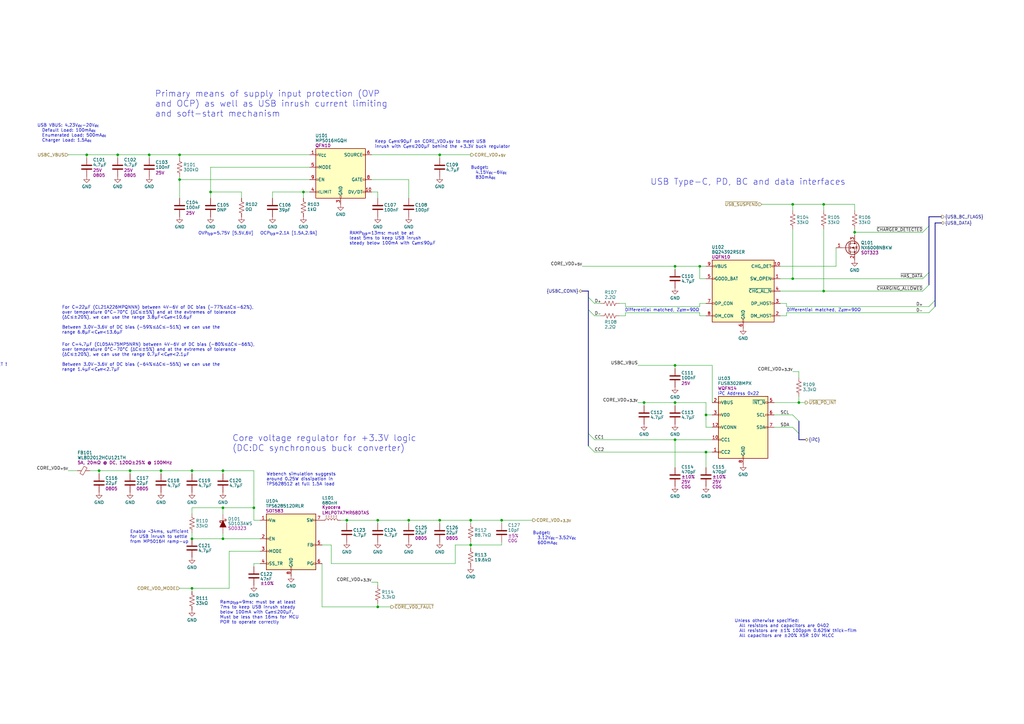
<source format=kicad_sch>
(kicad_sch (version 20230121) (generator eeschema)
  (paper "A3")
  (title_block (rev "0.1") (company "Pete Restall <pete@restall.net>"))
  (bus_alias "USB_DATA" (members "D_{+}" "D_{-}"))
  (junction (at 48.26 63.5))
  (junction (at 325.12 114.3))
  (junction (at 61.214 63.5))
  (junction (at 91.44 220.98))
  (junction (at 86.36 78.74))
  (junction (at 276.86 180.34))
  (junction (at 73.66 73.66))
  (junction (at 287.02 109.22))
  (junction (at 289.56 170.18))
  (junction (at 337.82 119.38))
  (junction (at 154.94 248.92))
  (junction (at 325.12 83.82))
  (junction (at 124.46 78.74))
  (junction (at 276.86 149.86))
  (junction (at 193.04 223.52))
  (junction (at 142.24 213.36))
  (junction (at 78.74 241.3))
  (junction (at 66.04 193.04))
  (junction (at 154.94 213.36))
  (junction (at 73.66 63.5))
  (junction (at 337.82 83.82))
  (junction (at 327.66 165.1))
  (junction (at 276.86 165.1))
  (junction (at 350.52 95.25))
  (junction (at 180.34 63.5))
  (junction (at 78.74 220.98))
  (junction (at 91.44 208.28))
  (junction (at 193.04 213.36))
  (junction (at 180.34 213.36))
  (junction (at 264.16 165.1))
  (junction (at 276.86 109.22))
  (junction (at 91.44 193.04))
  (junction (at 53.34 193.04))
  (junction (at 167.64 213.36))
  (junction (at 104.14 208.28))
  (junction (at 35.56 63.5))
  (junction (at 205.74 213.36))
  (junction (at 289.56 185.42))
  (junction (at 40.64 193.04))
  (junction (at 78.74 193.04))
  (bus_entry (at 383.54 125.73) (size -2.54 2.54))
  (bus_entry (at 327.66 172.72) (size -2.54 -2.54))
  (bus_entry (at 381 111.76) (size -2.54 2.54))
  (bus_entry (at 241.3 182.88) (size 2.54 2.54))
  (bus_entry (at 327.66 177.8) (size -2.54 -2.54))
  (bus_entry (at 241.3 127) (size 2.54 2.54))
  (bus_entry (at 383.54 123.19) (size -2.54 2.54))
  (bus_entry (at 241.3 177.8) (size 2.54 2.54))
  (bus_entry (at 381 116.84) (size -2.54 2.54))
  (bus_entry (at 241.3 121.92) (size 2.54 2.54))
  (bus_entry (at 381 92.71) (size -2.54 2.54))
  (bus (pts (xy 327.66 172.72) (xy 327.66 177.8)))
  (wire (pts (xy 337.82 119.38) (xy 378.46 119.38)))
  (bus (pts (xy 241.3 127) (xy 241.3 177.8)))
  (wire (pts (xy 91.44 218.694) (xy 91.44 220.98)))
  (wire (pts (xy 104.14 208.28) (xy 104.14 193.04)))
  (wire (pts (xy 104.14 208.28) (xy 104.14 213.36)))
  (wire (pts (xy 325.12 83.82) (xy 337.82 83.82)))
  (wire (pts (xy 287.02 128.27) (xy 287.02 129.54)))
  (wire (pts (xy 40.64 193.04) (xy 53.34 193.04)))
  (wire (pts (xy 287.02 124.46) (xy 289.56 124.46)))
  (wire (pts (xy 327.66 165.1) (xy 330.2 165.1)))
  (wire (pts (xy 322.58 128.27) (xy 381 128.27)))
  (wire (pts (xy 287.02 129.54) (xy 289.56 129.54)))
  (wire (pts (xy 73.66 73.66) (xy 127 73.66)))
  (wire (pts (xy 167.64 213.36) (xy 180.34 213.36)))
  (wire (pts (xy 276.86 109.22) (xy 287.02 109.22)))
  (wire (pts (xy 337.82 83.82) (xy 350.52 83.82)))
  (wire (pts (xy 61.214 63.5) (xy 73.66 63.5)))
  (bus (pts (xy 383.54 123.19) (xy 383.54 125.73)))
  (wire (pts (xy 154.94 213.36) (xy 154.94 214.63)))
  (wire (pts (xy 238.76 109.22) (xy 276.86 109.22)))
  (wire (pts (xy 322.58 124.46) (xy 320.04 124.46)))
  (wire (pts (xy 106.68 226.06) (xy 93.98 226.06)))
  (wire (pts (xy 167.64 213.36) (xy 167.64 214.63)))
  (wire (pts (xy 91.44 220.98) (xy 106.68 220.98)))
  (wire (pts (xy 320.04 109.22) (xy 342.9 109.22)))
  (wire (pts (xy 154.94 238.76) (xy 154.94 240.03)))
  (wire (pts (xy 289.56 165.1) (xy 289.56 170.18)))
  (wire (pts (xy 154.94 238.76) (xy 152.4 238.76)))
  (bus (pts (xy 241.3 119.38) (xy 241.3 121.92)))
  (wire (pts (xy 205.74 223.52) (xy 193.04 223.52)))
  (wire (pts (xy 276.86 109.22) (xy 276.86 110.49)))
  (wire (pts (xy 350.52 95.25) (xy 350.52 96.52)))
  (wire (pts (xy 337.82 93.98) (xy 337.82 119.38)))
  (wire (pts (xy 261.62 165.1) (xy 264.16 165.1)))
  (wire (pts (xy 193.04 222.25) (xy 193.04 223.52)))
  (bus (pts (xy 238.76 119.38) (xy 241.3 119.38)))
  (wire (pts (xy 48.26 63.5) (xy 61.214 63.5)))
  (wire (pts (xy 337.82 83.82) (xy 337.82 86.36)))
  (wire (pts (xy 27.94 63.5) (xy 35.56 63.5)))
  (wire (pts (xy 243.84 124.46) (xy 246.38 124.46)))
  (wire (pts (xy 205.74 214.63) (xy 205.74 213.36)))
  (wire (pts (xy 193.04 213.36) (xy 193.04 214.63)))
  (bus (pts (xy 327.66 177.8) (xy 327.66 180.34)))
  (wire (pts (xy 139.7 213.36) (xy 142.24 213.36)))
  (wire (pts (xy 243.84 180.34) (xy 276.86 180.34)))
  (wire (pts (xy 289.56 114.3) (xy 287.02 114.3)))
  (wire (pts (xy 124.46 81.28) (xy 124.46 78.74)))
  (wire (pts (xy 73.66 241.3) (xy 78.74 241.3)))
  (wire (pts (xy 135.89 223.52) (xy 132.08 223.52)))
  (wire (pts (xy 256.54 128.27) (xy 287.02 128.27)))
  (wire (pts (xy 167.64 73.66) (xy 167.64 81.28)))
  (wire (pts (xy 66.04 193.04) (xy 78.74 193.04)))
  (wire (pts (xy 327.66 152.4) (xy 327.66 154.94)))
  (wire (pts (xy 325.12 83.82) (xy 325.12 86.36)))
  (wire (pts (xy 66.04 193.04) (xy 66.04 194.31)))
  (wire (pts (xy 142.24 214.63) (xy 142.24 213.36)))
  (wire (pts (xy 78.74 193.04) (xy 91.44 193.04)))
  (wire (pts (xy 342.9 109.22) (xy 342.9 101.6)))
  (wire (pts (xy 186.69 223.52) (xy 186.69 231.14)))
  (wire (pts (xy 86.36 68.58) (xy 127 68.58)))
  (wire (pts (xy 289.56 170.18) (xy 289.56 175.26)))
  (wire (pts (xy 256.54 128.27) (xy 256.54 129.54)))
  (wire (pts (xy 322.58 124.46) (xy 322.58 125.73)))
  (wire (pts (xy 180.34 63.5) (xy 180.34 64.77)))
  (wire (pts (xy 78.74 241.3) (xy 78.74 242.57)))
  (wire (pts (xy 317.5 175.26) (xy 325.12 175.26)))
  (wire (pts (xy 91.44 208.28) (xy 104.14 208.28)))
  (wire (pts (xy 320.04 114.3) (xy 325.12 114.3)))
  (wire (pts (xy 78.74 208.28) (xy 91.44 208.28)))
  (wire (pts (xy 276.86 165.1) (xy 289.56 165.1)))
  (wire (pts (xy 99.06 78.74) (xy 99.06 81.28)))
  (wire (pts (xy 154.94 248.92) (xy 160.274 248.92)))
  (wire (pts (xy 243.84 185.42) (xy 289.56 185.42)))
  (wire (pts (xy 154.94 81.28) (xy 154.94 78.74)))
  (wire (pts (xy 36.83 193.04) (xy 40.64 193.04)))
  (wire (pts (xy 312.42 83.82) (xy 325.12 83.82)))
  (wire (pts (xy 350.52 83.82) (xy 350.52 86.36)))
  (wire (pts (xy 256.54 129.54) (xy 254 129.54)))
  (wire (pts (xy 35.56 63.5) (xy 48.26 63.5)))
  (wire (pts (xy 180.34 213.36) (xy 180.34 214.63)))
  (wire (pts (xy 325.12 152.4) (xy 327.66 152.4)))
  (wire (pts (xy 289.56 175.26) (xy 292.1 175.26)))
  (wire (pts (xy 86.36 78.74) (xy 86.36 68.58)))
  (wire (pts (xy 111.76 78.74) (xy 124.46 78.74)))
  (wire (pts (xy 78.74 220.98) (xy 91.44 220.98)))
  (wire (pts (xy 256.54 124.46) (xy 254 124.46)))
  (wire (pts (xy 261.62 149.86) (xy 276.86 149.86)))
  (wire (pts (xy 86.36 78.74) (xy 99.06 78.74)))
  (wire (pts (xy 91.44 193.04) (xy 91.44 194.31)))
  (wire (pts (xy 48.26 63.5) (xy 48.26 64.77)))
  (wire (pts (xy 243.84 129.54) (xy 246.38 129.54)))
  (wire (pts (xy 350.52 93.98) (xy 350.52 95.25)))
  (wire (pts (xy 132.08 248.92) (xy 132.08 231.14)))
  (wire (pts (xy 256.54 125.73) (xy 287.02 125.73)))
  (wire (pts (xy 142.24 213.36) (xy 154.94 213.36)))
  (wire (pts (xy 292.1 149.86) (xy 276.86 149.86)))
  (wire (pts (xy 78.74 193.04) (xy 78.74 194.31)))
  (wire (pts (xy 256.54 125.73) (xy 256.54 124.46)))
  (wire (pts (xy 289.56 185.42) (xy 289.56 191.77)))
  (wire (pts (xy 73.66 63.5) (xy 127 63.5)))
  (wire (pts (xy 154.94 78.74) (xy 152.4 78.74)))
  (wire (pts (xy 180.34 63.5) (xy 193.04 63.5)))
  (wire (pts (xy 287.02 114.3) (xy 287.02 109.22)))
  (wire (pts (xy 186.69 231.14) (xy 135.89 231.14)))
  (wire (pts (xy 40.64 193.04) (xy 40.64 194.31)))
  (bus (pts (xy 386.08 88.9) (xy 381 88.9)))
  (wire (pts (xy 327.66 162.56) (xy 327.66 165.1)))
  (wire (pts (xy 35.56 63.5) (xy 35.56 64.77)))
  (bus (pts (xy 241.3 121.92) (xy 241.3 127)))
  (bus (pts (xy 381 111.76) (xy 381 116.84)))
  (wire (pts (xy 205.74 213.36) (xy 218.44 213.36)))
  (wire (pts (xy 193.04 213.36) (xy 205.74 213.36)))
  (wire (pts (xy 276.86 149.86) (xy 276.86 151.13)))
  (wire (pts (xy 317.5 165.1) (xy 327.66 165.1)))
  (wire (pts (xy 106.68 231.14) (xy 104.14 231.14)))
  (wire (pts (xy 27.94 193.04) (xy 31.75 193.04)))
  (wire (pts (xy 193.04 223.52) (xy 186.69 223.52)))
  (wire (pts (xy 322.58 128.27) (xy 322.58 129.54)))
  (wire (pts (xy 152.4 63.5) (xy 180.34 63.5)))
  (wire (pts (xy 106.68 213.36) (xy 104.14 213.36)))
  (bus (pts (xy 381 92.71) (xy 381 111.76)))
  (wire (pts (xy 154.94 213.36) (xy 167.64 213.36)))
  (wire (pts (xy 287.02 109.22) (xy 289.56 109.22)))
  (wire (pts (xy 264.16 166.37) (xy 264.16 165.1)))
  (wire (pts (xy 73.66 73.66) (xy 73.66 81.28)))
  (wire (pts (xy 322.58 129.54) (xy 320.04 129.54)))
  (wire (pts (xy 350.52 95.25) (xy 378.46 95.25)))
  (wire (pts (xy 289.56 170.18) (xy 292.1 170.18)))
  (bus (pts (xy 383.54 91.44) (xy 383.54 123.19)))
  (wire (pts (xy 276.86 180.34) (xy 276.86 191.77)))
  (wire (pts (xy 86.36 81.28) (xy 86.36 78.74)))
  (wire (pts (xy 317.5 170.18) (xy 325.12 170.18)))
  (wire (pts (xy 73.66 73.66) (xy 73.66 72.39)))
  (wire (pts (xy 91.44 208.28) (xy 91.44 211.074)))
  (bus (pts (xy 241.3 177.8) (xy 241.3 182.88)))
  (wire (pts (xy 53.34 193.04) (xy 66.04 193.04)))
  (wire (pts (xy 320.04 119.38) (xy 337.82 119.38)))
  (wire (pts (xy 152.4 73.66) (xy 167.64 73.66)))
  (wire (pts (xy 193.04 223.52) (xy 193.04 224.79)))
  (wire (pts (xy 78.74 241.3) (xy 93.98 241.3)))
  (wire (pts (xy 91.44 193.04) (xy 104.14 193.04)))
  (wire (pts (xy 180.34 213.36) (xy 193.04 213.36)))
  (bus (pts (xy 327.66 180.34) (xy 330.2 180.34)))
  (wire (pts (xy 325.12 114.3) (xy 378.46 114.3)))
  (bus (pts (xy 381 88.9) (xy 381 92.71)))
  (wire (pts (xy 154.94 248.92) (xy 154.94 247.65)))
  (wire (pts (xy 104.14 231.14) (xy 104.14 232.41)))
  (wire (pts (xy 276.86 166.37) (xy 276.86 165.1)))
  (wire (pts (xy 205.74 222.25) (xy 205.74 223.52)))
  (wire (pts (xy 111.76 78.74) (xy 111.76 81.28)))
  (wire (pts (xy 78.74 218.44) (xy 78.74 220.98)))
  (wire (pts (xy 73.66 63.5) (xy 73.66 64.77)))
  (wire (pts (xy 124.46 78.74) (xy 127 78.74)))
  (wire (pts (xy 287.02 125.73) (xy 287.02 124.46)))
  (wire (pts (xy 93.98 226.06) (xy 93.98 241.3)))
  (wire (pts (xy 292.1 149.86) (xy 292.1 165.1)))
  (wire (pts (xy 289.56 185.42) (xy 292.1 185.42)))
  (wire (pts (xy 132.08 248.92) (xy 154.94 248.92)))
  (wire (pts (xy 264.16 165.1) (xy 276.86 165.1)))
  (wire (pts (xy 325.12 114.3) (xy 325.12 93.98)))
  (wire (pts (xy 61.214 63.5) (xy 61.214 64.77)))
  (wire (pts (xy 78.74 208.28) (xy 78.74 210.82)))
  (wire (pts (xy 135.89 231.14) (xy 135.89 223.52)))
  (bus (pts (xy 386.08 91.44) (xy 383.54 91.44)))
  (wire (pts (xy 276.86 180.34) (xy 292.1 180.34)))
  (wire (pts (xy 53.34 193.04) (xy 53.34 194.31)))
  (wire (pts (xy 322.58 125.73) (xy 381 125.73)))
  (text "Unless otherwise specified:\n  All resistors and capacitors are 0402\n  All resistors are ±1% 100ppm 0.625W thick-film\n  All capacitors are ±20% X5R 10V MLCC " (at 301.244 261.62 0) (effects (font (size 1.27 1.27)) (justify left bottom)))
  (text "Ramp_{typ}=9ms; must be at least\n7ms to keep USB inrush steady\nbelow 100mA with C_{eff}≤200μF.\nMust be less than 16ms for MCU\nPOR to operate correctly" (at 90.17 256.032 0) (effects (font (size 1.27 1.27)) (justify left bottom)))
  (text "Webench simulation suggests\naround 0.25W dissipation in\nTPS628512 at full 1.5A load" (at 109.22 199.39 0) (effects (font (size 1.27 1.27)) (justify left bottom)))
  (text "I^{2}C Address 0x22" (at 294.386 162.306 0) (effects (font (size 1.27 1.27)) (justify left bottom)))
  (text "Keep C_{eff}≤90μF on CORE_VDD_{+5V} to meet USB\ninrush with C_{eff}≤200μF behind the +3.3V buck regulator" (at 153.67 60.96 0) (effects (font (size 1.27 1.27)) (justify left bottom)))
  (text "Differential matched, Z_{diff}=90Ω" (at 256.286 128.016 0) (effects (font (size 1.27 1.27)) (justify left bottom)))
  (text "Enable ~34ms, sufficient\nfor USB inrush to settle\nfrom MP5016H ramp-up" (at 53.34 223.012 0) (effects (font (size 1.27 1.27)) (justify left bottom)))
  (text "Primary means of supply input protection (OVP\nand OCP) as well as USB inrush current limiting\nand soft-start mechanism" (at 63.5 48.26 0) (effects (font (size 2.54 2.54)) (justify left bottom)))
  (text "Differential matched, Z_{diff}=90Ω" (at 322.58 128.016 0) (effects (font (size 1.27 1.27)) (justify left bottom)))
  (text "Budget:\n  4.15V_{dc}-6V_{dc}\n  830mA_{dc}" (at 193.04 73.66 0) (effects (font (size 1.27 1.27)) (justify left bottom)))
  (text "For C=22μF (CL21A226MPQNNN) between 4V-6V of DC bias (-77%≤ΔC≤-62%),\nover temperature 0°C-70°C (ΔC≤±5%) and at the extremes of tolerance\n(ΔC≤±20%), we can use the range 3.8μF<C_{eff}<10.6μF\n\nBetween 3.0V-3.6V of DC bias (-59%≤ΔC≤-51%) we can use the\nrange 6.8μF<C_{eff}<13.6μF" (at 25.4 137.16 0) (effects (font (size 1.27 1.27)) (justify left bottom)))
  (text "Budget:\n  3.12V_{dc}-3.52V_{dc}\n  600mA_{dc}" (at 218.44 223.52 0) (effects (font (size 1.27 1.27)) (justify left bottom)))
  (text "USB VBUS: 4.23V_{dc}-20V_{dc}\n  Default Load: 100mA_{dc}\n  Enumerated Load: 500mA_{dc}\n  Charger Load: 1.5A_{dc}\n" (at 15.24 58.42 0) (effects (font (size 1.27 1.27)) (justify left bottom)))
  (text "TODO: VERIFY LABEL CORE_VDD_{+5V} AND HIERARCHY PIN OF SAME NAME ARE ACTUALLY THE SAME NET !" (at -96.266 150.368 0) (effects (font (size 1.27 1.27)) (justify left bottom)))
  (text "RAMP_{typ}=13ms; must be at\nleast 5ms to keep USB inrush\nsteady below 100mA with C_{eff}≤90μF" (at 143.256 100.584 0) (effects (font (size 1.27 1.27)) (justify left bottom)))
  (text "OCP_{typ}=2.1A [1.5A,2.9A]" (at 106.68 96.52 0) (effects (font (size 1.27 1.27)) (justify left bottom)))
  (text "Core voltage regulator for +3.3V logic\n(DC:DC synchronous buck converter)" (at 95.25 185.42 0) (effects (font (size 2.54 2.54)) (justify left bottom)))
  (text "TODO: VERIFY LABEL CORE_VDD_{+3.3V} AND HIERARCHY PIN OF SAME NAME ARE ACTUALLY THE SAME NET !" (at -113.792 155.956 0) (effects (font (size 1.27 1.27)) (justify left bottom)))
  (text "For C=4.7μF (CL05A475MP5NRN) between 4V-6V of DC bias (-80%≤ΔC≤-66%),\nover temperature 0°C-70°C (ΔC≤±5%) and at the extremes of tolerance\n(ΔC≤±20%), we can use the range 0.7μF<C_{eff}<2.1μF\n\nBetween 3.0V-3.6V of DC bias (-64%≤ΔC≤-55%) we can use the\nrange 1.4μF<C_{eff}<2.7μF" (at 25.4 152.4 0) (effects (font (size 1.27 1.27)) (justify left bottom)))
  (text "TODO: VERIFY C_{eff} ON CORE_VDD_{+5V} IS <90uF" (at -76.962 160.782 0) (effects (font (size 1.27 1.27)) (justify left bottom)))
  (text "OVP_{typ}=5.75V [5.5V,6V]" (at 81.28 96.52 0) (effects (font (size 1.27 1.27)) (justify left bottom)))
  (text "USB Type-C, PD, BC and data interfaces" (at 266.7 76.2 0) (effects (font (size 2.54 2.54)) (justify left bottom)))
  (label "CORE_VDD_{+3.3V}" (at 152.4 238.76 180))
  (label "USBC_VBUS" (at 261.62 149.86 180))
  (label "D_{+}" (at 243.84 124.46 0))
  (label "SDA" (at 320.04 175.26 0))
  (label "~{CHARGING_ALLOWED}" (at 378.46 119.38 180))
  (label "D_{+}" (at 378.46 125.73 180))
  (label "CC2" (at 243.84 185.42 0))
  (label "~{CHARGER_DETECTED}" (at 378.46 95.25 180))
  (label "SCL" (at 320.04 170.18 0))
  (label "D_{-}" (at 378.46 128.27 180))
  (label "CORE_VDD_{+5V}" (at 238.76 109.22 180))
  (label "CORE_VDD_{+5V}" (at 27.94 193.04 180))
  (label "~{HAS_DATA}" (at 378.46 114.3 180))
  (label "D_{-}" (at 243.84 129.54 0))
  (label "CC1" (at 243.84 180.34 0))
  (label "CORE_VDD_{+3.3V}" (at 325.12 152.4 180))
  (label "CORE_VDD_{+3.3V}" (at 261.62 165.1 180))
  (hierarchical_label "{USBC_CONN}" (shape bidirectional) (at 238.76 119.38 180))
  (hierarchical_label "~{USB_PD_INT}" (shape output) (at 330.2 165.1 0))
  (hierarchical_label "USBC_VBUS" (shape input) (at 27.94 63.5 180))
  (hierarchical_label "~{USB_SUSPEND}" (shape input) (at 312.42 83.82 180))
  (hierarchical_label "CORE_VDD_MODE" (shape input) (at 73.66 241.3 180))
  (hierarchical_label "CORE_VDD_{+3.3V}" (shape output) (at 218.44 213.36 0))
  (hierarchical_label "{USB_DATA}" (shape bidirectional) (at 386.08 91.44 0))
  (hierarchical_label "~{CORE_VDD_FAULT}" (shape output) (at 160.274 248.92 0))
  (hierarchical_label "CORE_VDD_{+5V}" (shape output) (at 193.04 63.5 0))
  (hierarchical_label "{I^{2}C}" (shape bidirectional) (at 330.2 180.34 0))
  (hierarchical_label "{USB_BC_FLAGS}" (shape output) (at 386.08 88.9 0))
  (symbol (lib_id "restall-generic-capacitors:capacitor-unpolarised") (at 167.64 85.09 0) (unit 1)
    (property "Reference" "C108" (at 170.18 84.074 0) (effects (justify left)))
    (property "Value" "100pF" (at 170.18 86.106 0) (effects (justify left)))
    (property "Footprint" "restall-generic-capacitors:unpolarised-nominal-0402-1005" (effects hide))
    (property "Label" "100pF±10% 10V X5R" (effects hide))
    (property "Tolerance" "±10%" (effects hide))
    (property "VoltageRating" "10V" (effects hide))
    (property "TemperatureCoefficient" "X5R" (effects hide))
    (property "Dielectric" "MLCC" (effects hide))
    (property "Package" "0402" (effects hide))
  )
  (symbol (lib_id "restall-generic-power:GND") (at 142.24 222.25 0) (unit 1)
    (property "Reference" "#PWR0103" (effects hide))
    (property "Value" "GND" (at 142.24 226.3831 0))
  )
  (symbol (lib_id "restall-generic-capacitors:capacitor-unpolarised") (at 180.34 218.44 0) (unit 1)
    (property "Reference" "C126" (at 182.88 216.408 0) (effects (justify left)))
    (property "Value" "22μF" (at 182.88 218.44 0) (effects (justify left)))
    (property "Footprint" "restall-generic-capacitors:unpolarised-nominal-0805-2012" (effects hide))
    (property "Datasheet" "https://product.samsungsem.com/mlcc/CL21A226MPQNNN.do" (effects hide))
    (property "Label" "22μF±20% 10V X5R" (effects hide))
    (property "Tolerance" "±20%" (effects hide))
    (property "VoltageRating" "10V" (effects hide))
    (property "TemperatureCoefficient" "X5R" (effects hide))
    (property "Dielectric" "MLCC" (effects hide))
    (property "Package" "0805" (at 182.88 220.726 0) (effects (justify left)))
    (property "Manufacturer" "Samsung" (effects hide))
    (property "ManufacturerPartNumber" "CL21A226MPQNNN" (effects hide))
  )
  (symbol (lib_id "restall-generic-capacitors:capacitor-unpolarised") (at 142.24 218.44 0) (unit 1)
    (property "Reference" "C123" (at 144.78 217.424 0) (effects (justify left)))
    (property "Value" "4.7μF" (at 144.78 219.456 0) (effects (justify left)))
    (property "Footprint" "restall-generic-capacitors:unpolarised-nominal-0402-1005" (effects hide))
    (property "Label" "4.7μF±20% 10V X5R" (effects hide))
    (property "Tolerance" "±20%" (effects hide))
    (property "VoltageRating" "10V" (effects hide))
    (property "TemperatureCoefficient" "X5R" (effects hide))
    (property "Dielectric" "MLCC" (effects hide))
    (property "Package" "0402" (effects hide))
    (property "Manufacturer" "Samsung" (effects hide))
  )
  (symbol (lib_id "restall-generic-power:GND") (at 91.44 201.93 0) (unit 1)
    (property "Reference" "#PWR097" (effects hide))
    (property "Value" "GND" (at 91.44 206.0631 0))
  )
  (symbol (lib_id "restall-generic-capacitors:capacitor-unpolarised") (at 276.86 195.58 0) (unit 1)
    (property "Reference" "C114" (at 279.4 191.516 0) (effects (justify left)))
    (property "Value" "470pF" (at 279.4 193.548 0) (effects (justify left)))
    (property "Footprint" "restall-generic-capacitors:unpolarised-nominal-0402-1005" (effects hide))
    (property "Label" "470pF±10% 25V C0G" (effects hide))
    (property "Tolerance" "±10%" (at 279.4 195.58 0) (effects (justify left)))
    (property "VoltageRating" "25V" (at 279.4 197.612 0) (effects (justify left)))
    (property "TemperatureCoefficient" "C0G" (at 279.4 199.644 0) (effects (justify left)))
    (property "Dielectric" "MLCC" (effects hide))
    (property "Package" "0402" (effects hide))
  )
  (symbol (lib_id "restall-generic-power:GND") (at 99.06 88.9 0) (unit 1)
    (property "Reference" "#PWR071" (effects hide))
    (property "Value" "GND" (at 99.06 93.0331 0))
  )
  (symbol (lib_id "restall-generic-power:GND") (at 193.04 232.41 0) (unit 1)
    (property "Reference" "#PWR0102" (effects hide))
    (property "Value" "GND" (at 193.04 236.5431 0))
  )
  (symbol (lib_id "restall-generic-resistors:resistor") (at 124.46 85.09 0) (unit 1)
    (property "Reference" "R103" (at 125.984 83.82 0) (effects (justify left)))
    (property "Value" "1kΩ" (at 125.984 85.852 0) (effects (justify left)))
    (property "Footprint" "restall-generic-resistors:nominal-0402-1005" (effects hide))
    (property "Label" "1kΩ±1% 0.0625W" (effects hide))
    (property "Tolerance" "±1%" (effects hide))
    (property "PowerRating" "0.0625W" (effects hide))
    (property "TemperatureCoefficient" "±100ppm" (effects hide))
    (property "Construction" "Thick Film" (effects hide))
    (property "Package" "0402" (effects hide))
  )
  (symbol (lib_id "restall-generic-power:GND") (at 35.56 72.39 0) (unit 1)
    (property "Reference" "#PWR076" (effects hide))
    (property "Value" "GND" (at 35.56 76.5231 0))
  )
  (symbol (lib_id "restall-generic-capacitors:capacitor-unpolarised") (at 66.04 198.12 0) (unit 1)
    (property "Reference" "C118" (at 68.58 197.104 0) (effects (justify left)))
    (property "Value" "4.7μF" (at 68.58 199.136 0) (effects (justify left)))
    (property "Footprint" "restall-generic-capacitors:unpolarised-nominal-0402-1005" (effects hide))
    (property "Label" "4.7μF±20% 10V X5R" (effects hide))
    (property "Tolerance" "±20%" (effects hide))
    (property "VoltageRating" "10V" (effects hide))
    (property "TemperatureCoefficient" "X5R" (effects hide))
    (property "Dielectric" "MLCC" (effects hide))
    (property "Package" "0402" (effects hide))
    (property "Manufacturer" "Samsung" (effects hide))
  )
  (symbol (lib_id "restall-generic-power:GND") (at 124.46 88.9 0) (unit 1)
    (property "Reference" "#PWR072" (effects hide))
    (property "Value" "GND" (at 124.46 93.0331 0))
  )
  (symbol (lib_id "restall-generic-power:GND") (at 104.14 240.03 0) (unit 1)
    (property "Reference" "#PWR096" (effects hide))
    (property "Value" "GND" (at 104.14 244.1631 0))
  )
  (symbol (lib_id "restall-generic-capacitors:capacitor-unpolarised") (at 61.214 68.58 0) (unit 1)
    (property "Reference" "C103" (at 63.754 66.548 0) (effects (justify left)))
    (property "Value" "100nF" (at 63.754 68.58 0) (effects (justify left)))
    (property "Footprint" "restall-generic-capacitors:unpolarised-nominal-0402-1005" (effects hide))
    (property "Label" "100nF±20% 25V X5R" (effects hide))
    (property "Tolerance" "±20%" (effects hide))
    (property "VoltageRating" "25V" (at 63.754 70.866 0) (effects (justify left)))
    (property "TemperatureCoefficient" "X5R" (effects hide))
    (property "Dielectric" "MLCC" (effects hide))
    (property "Package" "0402" (effects hide))
  )
  (symbol (lib_id "restall-generic-power:GND") (at 350.52 106.68 0) (unit 1)
    (property "Reference" "#PWR083" (effects hide))
    (property "Value" "GND" (at 350.52 110.8131 0))
  )
  (symbol (lib_id "restall-generic-power:GND") (at 111.76 88.9 0) (unit 1)
    (property "Reference" "#PWR094" (effects hide))
    (property "Value" "GND" (at 111.76 93.0331 0))
  )
  (symbol (lib_id "restall-generic-power:GND") (at 276.86 173.99 0) (unit 1)
    (property "Reference" "#PWR090" (effects hide))
    (property "Value" "GND" (at 276.86 178.1231 0))
  )
  (symbol (lib_id "restall-generic-power:GND") (at 48.26 72.39 0) (unit 1)
    (property "Reference" "#PWR077" (effects hide))
    (property "Value" "GND" (at 48.26 76.5231 0))
  )
  (symbol (lib_id "restall-generic-resistors:resistor") (at 193.04 228.6 0) (unit 1)
    (property "Reference" "R113" (at 194.564 227.584 0) (effects (justify left)))
    (property "Value" "19.6kΩ" (at 194.564 229.616 0) (effects (justify left)))
    (property "Footprint" "restall-generic-resistors:nominal-0402-1005" (effects hide))
    (property "Label" "19.6kΩ±1% 0.0625W" (effects hide))
    (property "Tolerance" "±1%" (effects hide))
    (property "PowerRating" "0.0625W" (effects hide))
    (property "TemperatureCoefficient" "±100ppm" (effects hide))
    (property "Construction" "Thick Film" (effects hide))
    (property "Package" "0402" (effects hide))
  )
  (symbol (lib_id "restall-generic-power:GND") (at 78.74 250.19 0) (unit 1)
    (property "Reference" "#PWR0101" (effects hide))
    (property "Value" "GND" (at 78.74 254.3231 0))
  )
  (symbol (lib_id "restall-generic-capacitors:capacitor-unpolarised") (at 276.86 154.94 0) (unit 1)
    (property "Reference" "C111" (at 279.4 152.908 0) (effects (justify left)))
    (property "Value" "100nF" (at 279.4 154.94 0) (effects (justify left)))
    (property "Footprint" "restall-generic-capacitors:unpolarised-nominal-0402-1005" (effects hide))
    (property "Label" "100nF±20% 25V X5R" (effects hide))
    (property "Tolerance" "±20%" (effects hide))
    (property "VoltageRating" "25V" (at 279.4 157.226 0) (effects (justify left)))
    (property "TemperatureCoefficient" "X5R" (effects hide))
    (property "Dielectric" "MLCC" (effects hide))
    (property "Package" "0402" (effects hide))
  )
  (symbol (lib_id "restall-manufacturer-kyocera:LMLP07A7MR68DTAS") (at 135.89 213.36 90) (unit 1)
    (property "Reference" "L101" (at 132.08 204.216 90) (effects (justify right)))
    (property "Value" "680nH" (at 132.08 206.248 90) (effects (justify right)))
    (property "Footprint" "restall-manufacturer-kyocera:07A7" (effects hide))
    (property "Datasheet" "https://datasheets.kyocera-avx.com/LMLPD.pdf" (effects hide))
    (property "Label" "15.5A_{RMS} / 25A_{SAT}, 5.5mΩ±20% @ DC" (effects hide))
    (property "Tolerance" "±20%" (effects hide))
    (property "Core" "Ferrite" (effects hide))
    (property "Package" "07A7" (effects hide))
    (property "DCR" "5.5mΩ±20%" (effects hide))
    (property "I_{RMS}" "15.5A" (effects hide))
    (property "I_{SAT}" "25A" (effects hide))
    (property "Manufacturer" "Kyocera" (at 132.08 208.026 90) (effects (justify right)))
    (property "ManufacturerPartNumber" "LMLP07A7MR68DTAS" (at 132.08 210.312 90) (effects (justify right)))
  )
  (symbol (lib_id "restall-generic-capacitors:capacitor-unpolarised") (at 264.16 170.18 0) (unit 1)
    (property "Reference" "C112" (at 266.7 169.164 0) (effects (justify left)))
    (property "Value" "4.7μF" (at 266.7 171.196 0) (effects (justify left)))
    (property "Footprint" "restall-generic-capacitors:unpolarised-nominal-0402-1005" (effects hide))
    (property "Label" "4.7μF±20% 10V X5R" (effects hide))
    (property "Tolerance" "±20%" (effects hide))
    (property "VoltageRating" "10V" (effects hide))
    (property "TemperatureCoefficient" "X5R" (effects hide))
    (property "Dielectric" "MLCC" (effects hide))
    (property "Package" "0402" (effects hide))
    (property "Manufacturer" "Samsung" (effects hide))
  )
  (symbol (lib_id "restall-generic-capacitors:capacitor-unpolarised") (at 276.86 170.18 0) (unit 1)
    (property "Reference" "C113" (at 279.4 169.164 0) (effects (justify left)))
    (property "Value" "4.7μF" (at 279.4 171.196 0) (effects (justify left)))
    (property "Footprint" "restall-generic-capacitors:unpolarised-nominal-0402-1005" (effects hide))
    (property "Label" "4.7μF±20% 10V X5R" (effects hide))
    (property "Tolerance" "±20%" (effects hide))
    (property "VoltageRating" "10V" (effects hide))
    (property "TemperatureCoefficient" "X5R" (effects hide))
    (property "Dielectric" "MLCC" (effects hide))
    (property "Package" "0402" (effects hide))
    (property "Manufacturer" "Samsung" (effects hide))
  )
  (symbol (lib_id "restall-manufacturer-walsin:WLBD2012HCU121TH") (at 34.29 193.04 90) (unit 1)
    (property "Reference" "FB101" (at 31.75 185.674 90) (effects (justify right)))
    (property "Value" "WLBD2012HCU121TH" (at 31.75 187.706 90) (effects (justify right)))
    (property "Footprint" "restall-manufacturer-walsin:WLBD2012" (effects hide))
    (property "Datasheet" "https://www.passivecomponent.com/wp-content/uploads/inductor/WLBD1005-4532_HC.pdf" (effects hide))
    (property "Label" "5A, 20mΩ @ DC, 120Ω±25% @ 100MHz" (at 31.75 189.738 90) (effects (justify right)))
    (property "DCR" "20mΩ" (effects hide))
    (property "I_{MAX}" "5A" (effects hide))
    (property "Impedance" "120Ω @ 100MHz" (effects hide))
    (property "Tolerance" "±25%" (effects hide))
    (property "Manufacturer" "Walsin Technology" (effects hide))
    (property "ManufacturerPartNumber" "WLBD2012HCU121TH" (effects hide))
  )
  (symbol (lib_id "restall-generic-power:GND") (at 154.94 88.9 0) (unit 1)
    (property "Reference" "#PWR074" (effects hide))
    (property "Value" "GND" (at 154.94 93.0331 0))
  )
  (symbol (lib_id "restall-generic-capacitors:capacitor-unpolarised") (at 154.94 218.44 0) (unit 1)
    (property "Reference" "C124" (at 157.48 217.424 0) (effects (justify left)))
    (property "Value" "4.7μF" (at 157.48 219.456 0) (effects (justify left)))
    (property "Footprint" "restall-generic-capacitors:unpolarised-nominal-0402-1005" (effects hide))
    (property "Label" "4.7μF±20% 10V X5R" (effects hide))
    (property "Tolerance" "±20%" (effects hide))
    (property "VoltageRating" "10V" (effects hide))
    (property "TemperatureCoefficient" "X5R" (effects hide))
    (property "Dielectric" "MLCC" (effects hide))
    (property "Package" "0402" (effects hide))
    (property "Manufacturer" "Samsung" (effects hide))
  )
  (symbol (lib_id "restall-generic-power:GND") (at 154.94 222.25 0) (unit 1)
    (property "Reference" "#PWR0104" (effects hide))
    (property "Value" "GND" (at 154.94 226.3831 0))
  )
  (symbol (lib_id "restall-generic-capacitors:capacitor-unpolarised") (at 40.64 198.12 0) (unit 1)
    (property "Reference" "C116" (at 43.18 196.088 0) (effects (justify left)))
    (property "Value" "22μF" (at 43.18 198.12 0) (effects (justify left)))
    (property "Footprint" "restall-generic-capacitors:unpolarised-nominal-0805-2012" (effects hide))
    (property "Datasheet" "https://product.samsungsem.com/mlcc/CL21A226MPQNNN.do" (effects hide))
    (property "Label" "22μF±20% 10V X5R" (effects hide))
    (property "Tolerance" "±20%" (effects hide))
    (property "VoltageRating" "10V" (effects hide))
    (property "TemperatureCoefficient" "X5R" (effects hide))
    (property "Dielectric" "MLCC" (effects hide))
    (property "Package" "0805" (at 43.18 200.406 0) (effects (justify left)))
    (property "Manufacturer" "Samsung" (effects hide))
    (property "ManufacturerPartNumber" "CL21A226MPQNNN" (effects hide))
  )
  (symbol (lib_id "restall-generic-resistors:resistor") (at 73.66 68.58 0) (unit 1)
    (property "Reference" "R101" (at 75.184 67.564 0) (effects (justify left)))
    (property "Value" "300kΩ" (at 75.184 69.596 0) (effects (justify left)))
    (property "Footprint" "restall-generic-resistors:nominal-0402-1005" (effects hide))
    (property "Label" "300kΩ±1% 0.0625W" (effects hide))
    (property "Tolerance" "±1%" (effects hide))
    (property "PowerRating" "0.0625W" (effects hide))
    (property "TemperatureCoefficient" "±100ppm" (effects hide))
    (property "Construction" "Thick Film" (effects hide))
    (property "Package" "0402" (effects hide))
  )
  (symbol (lib_id "restall-generic-power:GND") (at 73.66 88.9 0) (unit 1)
    (property "Reference" "#PWR070" (effects hide))
    (property "Value" "GND" (at 73.66 93.0331 0))
  )
  (symbol (lib_id "restall-generic-resistors:resistor") (at 78.74 214.63 0) (unit 1)
    (property "Reference" "R110" (at 80.264 213.614 0) (effects (justify left)))
    (property "Value" "33kΩ" (at 80.264 215.646 0) (effects (justify left)))
    (property "Footprint" "restall-generic-resistors:nominal-0402-1005" (effects hide))
    (property "Label" "33kΩ±1% 0.0625W" (effects hide))
    (property "Tolerance" "±1%" (effects hide))
    (property "PowerRating" "0.0625W" (effects hide))
    (property "TemperatureCoefficient" "±100ppm" (effects hide))
    (property "Construction" "Thick Film" (effects hide))
    (property "Package" "0402" (effects hide))
  )
  (symbol (lib_id "restall-generic-capacitors:capacitor-unpolarised") (at 78.74 224.79 0) (unit 1)
    (property "Reference" "C121" (at 81.28 223.774 0) (effects (justify left)))
    (property "Value" "4.7μF" (at 81.28 225.806 0) (effects (justify left)))
    (property "Footprint" "restall-generic-capacitors:unpolarised-nominal-0402-1005" (effects hide))
    (property "Label" "4.7μF±20% 10V X5R" (effects hide))
    (property "Tolerance" "±20%" (effects hide))
    (property "VoltageRating" "10V" (effects hide))
    (property "TemperatureCoefficient" "X5R" (effects hide))
    (property "Dielectric" "MLCC" (effects hide))
    (property "Package" "0402" (effects hide))
    (property "Manufacturer" "Samsung" (effects hide))
  )
  (symbol (lib_id "restall-manufacturer-onsemi:FUSB302BMPX") (at 304.8 175.26 0) (unit 1)
    (property "Reference" "U103" (at 294.386 155.194 0) (effects (justify left)))
    (property "Value" "FUSB302BMPX" (at 294.386 157.226 0) (effects (justify left)))
    (property "Footprint" "restall-manufacturer-onsemi:WQFN14-2.5x2.5mm-0.5mm-expad-1.45x1.45mm-thermvias" (effects hide))
    (property "Datasheet" "https://www.onsemi.com/pdf/datasheet/fusb302b-d.pdf" (effects hide))
    (property "Package" "WQFN14" (at 294.386 159.258 0) (effects (justify left)))
    (property "Manufacturer" "ON Semiconductor" (effects hide))
    (property "ManufacturerPartNumber" "FUSB302BMPX" (effects hide))
  )
  (symbol (lib_id "restall-generic-power:GND") (at 289.56 199.39 0) (unit 1)
    (property "Reference" "#PWR085" (effects hide))
    (property "Value" "GND" (at 289.56 203.5231 0))
  )
  (symbol (lib_id "restall-generic-resistors:resistor") (at 250.19 129.54 90) (unit 1)
    (property "Reference" "R108" (at 247.904 132.08 90) (effects (justify right)))
    (property "Value" "2.2Ω" (at 247.904 134.112 90) (effects (justify right)))
    (property "Footprint" "restall-generic-resistors:nominal-0402-1005" (effects hide))
    (property "Label" "2.2Ω±1% 0.0625W" (effects hide))
    (property "Tolerance" "±1%" (effects hide))
    (property "PowerRating" "0.0625W" (effects hide))
    (property "TemperatureCoefficient" "±100ppm" (effects hide))
    (property "Construction" "Thick Film" (effects hide))
    (property "Package" "0402" (effects hide))
  )
  (symbol (lib_id "restall-generic-capacitors:capacitor-unpolarised") (at 48.26 68.58 0) (unit 1)
    (property "Reference" "C102" (at 50.8 65.532 0) (effects (justify left)))
    (property "Value" "4.7μF" (at 50.8 67.564 0) (effects (justify left)))
    (property "Footprint" "restall-generic-capacitors:unpolarised-nominal-0805-2012" (effects hide))
    (property "Label" "4.7μF±10% 25V X5R" (effects hide))
    (property "Tolerance" "±10%" (effects hide))
    (property "VoltageRating" "25V" (at 50.8 69.85 0) (effects (justify left)))
    (property "TemperatureCoefficient" "X5R" (effects hide))
    (property "Dielectric" "MLCC" (effects hide))
    (property "Package" "0805" (at 50.8 71.882 0) (effects (justify left)))
    (property "Manufacturer" "Samsung" (effects hide))
    (property "ManufacturerPartNumber" "CL21A475KAQNNNE" (effects hide))
    (property "Manufacturer2" "Murata" (effects hide))
    (property "Manufacturer2PartNumber" "GRM219R61E475KA73D" (effects hide))
  )
  (symbol (lib_id "restall-generic-capacitors:capacitor-unpolarised") (at 180.34 68.58 0) (unit 1)
    (property "Reference" "C109" (at 182.88 67.564 0) (effects (justify left)))
    (property "Value" "4.7μF" (at 182.88 69.596 0) (effects (justify left)))
    (property "Footprint" "restall-generic-capacitors:unpolarised-nominal-0402-1005" (effects hide))
    (property "Label" "4.7μF±20% 10V X5R" (effects hide))
    (property "Tolerance" "±20%" (effects hide))
    (property "VoltageRating" "10V" (effects hide))
    (property "TemperatureCoefficient" "X5R" (effects hide))
    (property "Dielectric" "MLCC" (effects hide))
    (property "Package" "0402" (effects hide))
    (property "Manufacturer" "Samsung" (effects hide))
  )
  (symbol (lib_id "restall-manufacturer-nexperia:NX6008NBKW") (at 347.98 101.6 0) (unit 1)
    (property "Reference" "Q101" (at 353.06 99.568 0) (effects (justify left)))
    (property "Value" "NX6008NBKW" (at 353.06 101.6 0) (effects (justify left)))
    (property "Footprint" "restall-generic-sot:SOT323" (effects hide))
    (property "Datasheet" "https://assets.nexperia.com/documents/data-sheet/NX6008NBKW.pdf" (effects hide))
    (property "Package" "SOT323" (at 353.06 103.632 0) (effects (justify left)))
    (property "Manufacturer" "Nexperia" (effects hide))
    (property "ManufacturerPartNumber" "NX6008NBKW" (effects hide))
  )
  (symbol (lib_id "restall-generic-capacitors:capacitor-unpolarised") (at 205.74 218.44 0) (unit 1)
    (property "Reference" "C127" (at 208.28 215.392 0) (effects (justify left)))
    (property "Value" "10pF" (at 208.28 217.424 0) (effects (justify left)))
    (property "Footprint" "restall-generic-capacitors:unpolarised-nominal-0402-1005" (effects hide))
    (property "Label" "10pF±5% 10V C0G" (effects hide))
    (property "Tolerance" "±5%" (at 208.28 219.71 0) (effects (justify left)))
    (property "VoltageRating" "10V" (effects hide))
    (property "TemperatureCoefficient" "C0G" (at 208.28 221.742 0) (effects (justify left)))
    (property "Dielectric" "MLCC" (effects hide))
    (property "Package" "0402" (effects hide))
    (property "Manufacturer" "Würth Elektronik" (effects hide))
    (property "ManufacturerPartNumber" "885012005007" (effects hide))
    (property "Manufacturer2" "Kemet" (effects hide))
    (property "Manufacturer2PartNumber" "C0402C100J3GAC7867" (effects hide))
  )
  (symbol (lib_id "restall-generic-power:GND") (at 167.64 222.25 0) (unit 1)
    (property "Reference" "#PWR0105" (effects hide))
    (property "Value" "GND" (at 167.64 226.3831 0))
  )
  (symbol (lib_id "restall-generic-power:GND") (at 304.8 134.62 0) (unit 1)
    (property "Reference" "#PWR082" (effects hide))
    (property "Value" "GND" (at 304.8 138.7531 0))
  )
  (symbol (lib_id "restall-generic-capacitors:capacitor-unpolarised") (at 276.86 114.3 0) (unit 1)
    (property "Reference" "C110" (at 279.4 113.284 0) (effects (justify left)))
    (property "Value" "4.7μF" (at 279.4 115.316 0) (effects (justify left)))
    (property "Footprint" "restall-generic-capacitors:unpolarised-nominal-0402-1005" (effects hide))
    (property "Label" "4.7μF±20% 10V X5R" (effects hide))
    (property "Tolerance" "±20%" (effects hide))
    (property "VoltageRating" "10V" (effects hide))
    (property "TemperatureCoefficient" "X5R" (effects hide))
    (property "Dielectric" "MLCC" (effects hide))
    (property "Package" "0402" (effects hide))
    (property "Manufacturer" "Samsung" (effects hide))
  )
  (symbol (lib_id "restall-generic-capacitors:capacitor-unpolarised") (at 35.56 68.58 0) (unit 1)
    (property "Reference" "C101" (at 38.1 65.532 0) (effects (justify left)))
    (property "Value" "4.7μF" (at 38.1 67.564 0) (effects (justify left)))
    (property "Footprint" "restall-generic-capacitors:unpolarised-nominal-0805-2012" (effects hide))
    (property "Label" "4.7μF±10% 25V X5R" (effects hide))
    (property "Tolerance" "±10%" (effects hide))
    (property "VoltageRating" "25V" (at 38.1 69.85 0) (effects (justify left)))
    (property "TemperatureCoefficient" "X5R" (effects hide))
    (property "Dielectric" "MLCC" (effects hide))
    (property "Package" "0805" (at 38.1 71.882 0) (effects (justify left)))
    (property "Manufacturer" "Samsung" (effects hide))
    (property "ManufacturerPartNumber" "CL21A475KAQNNNE" (effects hide))
    (property "Manufacturer2" "Murata" (effects hide))
    (property "Manufacturer2PartNumber" "GRM219R61E475KA73D" (effects hide))
  )
  (symbol (lib_id "restall-generic-power:GND") (at 180.34 222.25 0) (unit 1)
    (property "Reference" "#PWR0106" (effects hide))
    (property "Value" "GND" (at 180.34 226.3831 0))
  )
  (symbol (lib_id "restall-generic-resistors:resistor") (at 78.74 246.38 0) (unit 1)
    (property "Reference" "R111" (at 80.264 245.364 0) (effects (justify left)))
    (property "Value" "33kΩ" (at 80.264 247.396 0) (effects (justify left)))
    (property "Footprint" "restall-generic-resistors:nominal-0402-1005" (effects hide))
    (property "Label" "33kΩ±1% 0.0625W" (effects hide))
    (property "Tolerance" "±1%" (effects hide))
    (property "PowerRating" "0.0625W" (effects hide))
    (property "TemperatureCoefficient" "±100ppm" (effects hide))
    (property "Construction" "Thick Film" (effects hide))
    (property "Package" "0402" (effects hide))
  )
  (symbol (lib_id "restall-generic-capacitors:capacitor-unpolarised") (at 104.14 236.22 0) (unit 1)
    (property "Reference" "C122" (at 106.68 235.458 0) (effects (justify left)))
    (property "Value" "47nF" (at 106.68 237.49 0) (effects (justify left)))
    (property "Footprint" "restall-generic-capacitors:unpolarised-nominal-0402-1005" (effects hide))
    (property "Label" "47nF±10% 10V X5R" (effects hide))
    (property "Tolerance" "±10%" (at 106.68 239.268 0) (effects (justify left)))
    (property "VoltageRating" "10V" (effects hide))
    (property "TemperatureCoefficient" "X5R" (effects hide))
    (property "Dielectric" "MLCC" (effects hide))
    (property "Package" "0402" (effects hide))
  )
  (symbol (lib_id "restall-generic-capacitors:capacitor-unpolarised") (at 86.36 85.09 0) (unit 1) (in_bom no)
    (property "Reference" "C105" (at 88.9 84.074 0) (effects (justify left)))
    (property "Value" "DNP" (at 88.9 86.106 0) (effects (justify left)))
    (property "Footprint" "restall-generic-capacitors:unpolarised-nominal-0402-1005" (effects hide))
    (property "Label" "39pF±10% 10V X5R" (effects hide))
    (property "Tolerance" "±10%" (effects hide))
    (property "VoltageRating" "10V" (effects hide))
    (property "TemperatureCoefficient" "X5R" (effects hide))
    (property "Dielectric" "MLCC" (effects hide))
    (property "Package" "0402" (effects hide))
  )
  (symbol (lib_id "restall-generic-power:GND") (at 276.86 118.11 0) (unit 1)
    (property "Reference" "#PWR080" (effects hide))
    (property "Value" "GND" (at 276.86 122.2431 0))
  )
  (symbol (lib_id "restall-manufacturer-ti:BQ24392RSER") (at 304.8 119.38 0) (unit 1)
    (property "Reference" "U102" (at 291.846 101.346 0) (effects (justify left)))
    (property "Value" "BQ24392RSER" (at 291.846 103.378 0) (effects (justify left)))
    (property "Footprint" "restall-manufacturer-ti:UQFN10-1.5x2.0mm-0.5mm" (effects hide))
    (property "Datasheet" "https://www.ti.com/lit/ds/symlink/bq24392.pdf" (effects hide))
    (property "Package" "UQFN10" (at 291.846 105.41 0) (effects (justify left)))
    (property "Manufacturer" "Texas Instruments" (effects hide))
    (property "ManufacturerPartNumber" "BQ24392RSER" (effects hide))
  )
  (symbol (lib_id "restall-generic-resistors:resistor") (at 99.06 85.09 0) (unit 1)
    (property "Reference" "R102" (at 100.584 83.82 0) (effects (justify left)))
    (property "Value" "0Ω" (at 100.584 85.852 0) (effects (justify left)))
    (property "Footprint" "restall-generic-resistors:nominal-0402-1005" (effects hide))
    (property "Label" "0Ω±1% 0.0625W" (effects hide))
    (property "Tolerance" "±1%" (effects hide))
    (property "PowerRating" "0.0625W" (effects hide))
    (property "TemperatureCoefficient" "±100ppm" (effects hide))
    (property "Construction" "Thick Film" (effects hide))
    (property "Package" "0402" (effects hide))
  )
  (symbol (lib_id "restall-generic-power:GND") (at 276.86 199.39 0) (unit 1)
    (property "Reference" "#PWR086" (effects hide))
    (property "Value" "GND" (at 276.86 203.5231 0))
  )
  (symbol (lib_id "restall-generic-capacitors:capacitor-unpolarised") (at 111.76 85.09 0) (unit 1)
    (property "Reference" "C106" (at 114.3 84.074 0) (effects (justify left)))
    (property "Value" "39pF" (at 114.3 86.106 0) (effects (justify left)))
    (property "Footprint" "restall-generic-capacitors:unpolarised-nominal-0402-1005" (effects hide))
    (property "Label" "39pF±10% 10V X5R" (effects hide))
    (property "Tolerance" "±10%" (effects hide))
    (property "VoltageRating" "10V" (effects hide))
    (property "TemperatureCoefficient" "X5R" (effects hide))
    (property "Dielectric" "MLCC" (effects hide))
    (property "Package" "0402" (effects hide))
  )
  (symbol (lib_id "restall-generic-power:GND") (at 66.04 201.93 0) (unit 1)
    (property "Reference" "#PWR0120" (effects hide))
    (property "Value" "GND" (at 66.04 206.0631 0))
  )
  (symbol (lib_id "restall-generic-power:GND") (at 78.74 228.6 0) (unit 1)
    (property "Reference" "#PWR098" (effects hide))
    (property "Value" "GND" (at 78.74 232.7331 0))
  )
  (symbol (lib_id "restall-generic-power:GND") (at 61.214 72.39 0) (unit 1)
    (property "Reference" "#PWR087" (effects hide))
    (property "Value" "GND" (at 61.214 76.5231 0))
  )
  (symbol (lib_id "restall-generic-power:GND") (at 264.16 173.99 0) (unit 1)
    (property "Reference" "#PWR089" (effects hide))
    (property "Value" "GND" (at 264.16 178.1231 0))
  )
  (symbol (lib_id "restall-manufacturer-mps:MP5016HGQH") (at 139.7 71.12 0) (unit 1)
    (property "Reference" "U101" (at 129.286 55.626 0) (effects (justify left)))
    (property "Value" "MP5016HGQH" (at 129.286 57.658 0) (effects (justify left)))
    (property "Footprint" "restall-manufacturer-mps:QFN10-1.5x2.0mm-0.5mm" (effects hide))
    (property "Datasheet" "https://www.monolithicpower.com/en/documentview/productdocument/index/version/2/document_type/datasheet/lang/en/sku/MP5016HGQH-Z/document_id/1703" (effects hide))
    (property "Package" "QFN10" (at 129.286 59.69 0) (effects (justify left)))
    (property "Manufacturer" "Monolithic Power Solutions" (effects hide))
    (property "ManufacturerPartNumber" "MP5016HGQH" (effects hide))
  )
  (symbol (lib_id "restall-generic-diodes:schottky") (at 91.44 214.884 270) (unit 1)
    (property "Reference" "D101" (at 93.472 212.852 90) (effects (justify left)))
    (property "Value" "SD103AWS" (at 93.472 214.7458 90) (effects (justify left)))
    (property "Footprint" "restall-generic-sot:SOD-323" (effects hide))
    (property "Datasheet" "https://mm.digikey.com/Volume0/opasdata/d220001/medias/docus/5534/SD103AWS%20thru%20SD103CWS.pdf" (effects hide))
    (property "Package" "SOD323" (at 93.472 216.662 90) (effects (justify left)))
    (property "Manufacturer" "Evvo Semi" (effects hide))
    (property "ManufacturerPartNumber" "SD103AWS" (effects hide))
    (property "Manufacturer2" "Anbon Semiconductor" (effects hide))
    (property "Manufacturer2PartNumber" "SD103AWS" (effects hide))
  )
  (symbol (lib_id "restall-generic-power:GND") (at 78.74 201.93 0) (unit 1)
    (property "Reference" "#PWR0119" (effects hide))
    (property "Value" "GND" (at 78.74 206.0631 0))
  )
  (symbol (lib_id "restall-generic-power:GND") (at 53.34 201.93 0) (unit 1)
    (property "Reference" "#PWR093" (effects hide))
    (property "Value" "GND" (at 53.34 206.0631 0))
  )
  (symbol (lib_id "restall-generic-power:GND") (at 139.7 83.82 0) (unit 1)
    (property "Reference" "#PWR069" (effects hide))
    (property "Value" "GND" (at 139.7 87.9531 0))
  )
  (symbol (lib_id "restall-generic-capacitors:capacitor-unpolarised") (at 53.34 198.12 0) (unit 1)
    (property "Reference" "C117" (at 55.88 196.088 0) (effects (justify left)))
    (property "Value" "22μF" (at 55.88 198.12 0) (effects (justify left)))
    (property "Footprint" "restall-generic-capacitors:unpolarised-nominal-0805-2012" (effects hide))
    (property "Datasheet" "https://product.samsungsem.com/mlcc/CL21A226MPQNNN.do" (effects hide))
    (property "Label" "22μF±20% 10V X5R" (effects hide))
    (property "Tolerance" "±20%" (effects hide))
    (property "VoltageRating" "10V" (effects hide))
    (property "TemperatureCoefficient" "X5R" (effects hide))
    (property "Dielectric" "MLCC" (effects hide))
    (property "Package" "0805" (at 55.88 200.406 0) (effects (justify left)))
    (property "Manufacturer" "Samsung" (effects hide))
    (property "ManufacturerPartNumber" "CL21A226MPQNNN" (effects hide))
  )
  (symbol (lib_id "restall-generic-resistors:resistor") (at 325.12 90.17 0) (unit 1)
    (property "Reference" "R104" (at 326.644 89.154 0) (effects (justify left)))
    (property "Value" "33kΩ" (at 326.644 91.186 0) (effects (justify left)))
    (property "Footprint" "restall-generic-resistors:nominal-0402-1005" (effects hide))
    (property "Label" "33kΩ±1% 0.0625W" (effects hide))
    (property "Tolerance" "±1%" (effects hide))
    (property "PowerRating" "0.0625W" (effects hide))
    (property "TemperatureCoefficient" "±100ppm" (effects hide))
    (property "Construction" "Thick Film" (effects hide))
    (property "Package" "0402" (effects hide))
  )
  (symbol (lib_id "restall-generic-capacitors:capacitor-unpolarised") (at 289.56 195.58 0) (unit 1)
    (property "Reference" "C115" (at 292.1 191.516 0) (effects (justify left)))
    (property "Value" "470pF" (at 292.1 193.548 0) (effects (justify left)))
    (property "Footprint" "restall-generic-capacitors:unpolarised-nominal-0402-1005" (effects hide))
    (property "Label" "470pF±10% 25V C0G" (effects hide))
    (property "Tolerance" "±10%" (at 292.1 195.58 0) (effects (justify left)))
    (property "VoltageRating" "25V" (at 292.1 197.612 0) (effects (justify left)))
    (property "TemperatureCoefficient" "C0G" (at 292.1 199.644 0) (effects (justify left)))
    (property "Dielectric" "MLCC" (effects hide))
    (property "Package" "0402" (effects hide))
  )
  (symbol (lib_id "restall-generic-resistors:resistor") (at 250.19 124.46 90) (unit 1)
    (property "Reference" "R107" (at 247.904 119.888 90) (effects (justify right)))
    (property "Value" "2.2Ω" (at 247.904 121.92 90) (effects (justify right)))
    (property "Footprint" "restall-generic-resistors:nominal-0402-1005" (effects hide))
    (property "Label" "2.2Ω±1% 0.0625W" (effects hide))
    (property "Tolerance" "±1%" (effects hide))
    (property "PowerRating" "0.0625W" (effects hide))
    (property "TemperatureCoefficient" "±100ppm" (effects hide))
    (property "Construction" "Thick Film" (effects hide))
    (property "Package" "0402" (effects hide))
  )
  (symbol (lib_id "restall-generic-resistors:resistor") (at 350.52 90.17 0) (unit 1)
    (property "Reference" "R106" (at 352.044 89.154 0) (effects (justify left)))
    (property "Value" "33kΩ" (at 352.044 91.186 0) (effects (justify left)))
    (property "Footprint" "restall-generic-resistors:nominal-0402-1005" (effects hide))
    (property "Label" "33kΩ±1% 0.0625W" (effects hide))
    (property "Tolerance" "±1%" (effects hide))
    (property "PowerRating" "0.0625W" (effects hide))
    (property "TemperatureCoefficient" "±100ppm" (effects hide))
    (property "Construction" "Thick Film" (effects hide))
    (property "Package" "0402" (effects hide))
  )
  (symbol (lib_id "restall-generic-resistors:resistor") (at 337.82 90.17 0) (unit 1)
    (property "Reference" "R105" (at 339.344 89.154 0) (effects (justify left)))
    (property "Value" "33kΩ" (at 339.344 91.186 0) (effects (justify left)))
    (property "Footprint" "restall-generic-resistors:nominal-0402-1005" (effects hide))
    (property "Label" "33kΩ±1% 0.0625W" (effects hide))
    (property "Tolerance" "±1%" (effects hide))
    (property "PowerRating" "0.0625W" (effects hide))
    (property "TemperatureCoefficient" "±100ppm" (effects hide))
    (property "Construction" "Thick Film" (effects hide))
    (property "Package" "0402" (effects hide))
  )
  (symbol (lib_id "restall-generic-resistors:resistor") (at 154.94 243.84 0) (unit 1)
    (property "Reference" "R114" (at 156.464 242.824 0) (effects (justify left)))
    (property "Value" "3.3kΩ" (at 156.464 244.856 0) (effects (justify left)))
    (property "Footprint" "restall-generic-resistors:nominal-0402-1005" (effects hide))
    (property "Label" "3.3kΩ±1% 0.0625W" (effects hide))
    (property "Tolerance" "±1%" (effects hide))
    (property "PowerRating" "0.0625W" (effects hide))
    (property "TemperatureCoefficient" "±100ppm" (effects hide))
    (property "Construction" "Thick Film" (effects hide))
    (property "Package" "0402" (effects hide))
  )
  (symbol (lib_id "restall-generic-power:GND") (at 40.64 201.93 0) (unit 1)
    (property "Reference" "#PWR079" (effects hide))
    (property "Value" "GND" (at 40.64 206.0631 0))
  )
  (symbol (lib_id "restall-generic-power:GND") (at 119.38 236.22 0) (unit 1)
    (property "Reference" "#PWR095" (effects hide))
    (property "Value" "GND" (at 119.38 240.3531 0))
  )
  (symbol (lib_id "restall-generic-capacitors:capacitor-unpolarised") (at 91.44 198.12 0) (unit 1)
    (property "Reference" "C120" (at 93.98 197.104 0) (effects (justify left)))
    (property "Value" "4.7μF" (at 93.98 199.136 0) (effects (justify left)))
    (property "Footprint" "restall-generic-capacitors:unpolarised-nominal-0402-1005" (effects hide))
    (property "Label" "4.7μF±20% 10V X5R" (effects hide))
    (property "Tolerance" "±20%" (effects hide))
    (property "VoltageRating" "10V" (effects hide))
    (property "TemperatureCoefficient" "X5R" (effects hide))
    (property "Dielectric" "MLCC" (effects hide))
    (property "Package" "0402" (effects hide))
    (property "Manufacturer" "Samsung" (effects hide))
  )
  (symbol (lib_id "restall-manufacturer-ti:TPS62851?DRLR") (at 119.38 222.25 0) (unit 1)
    (property "Reference" "U104" (at 108.966 205.486 0) (effects (justify left)))
    (property "Value" "TPS628512DRLR" (at 108.966 207.518 0) (effects (justify left)))
    (property "Footprint" "restall-manufacturer-ti:SOT583" (effects hide))
    (property "Datasheet" "https://www.ti.com/lit/ds/symlink/tps628511.pdf" (effects hide))
    (property "Package" "SOT583" (at 108.966 209.55 0) (effects (justify left)))
    (property "Manufacturer" "Texas Instruments" (effects hide))
    (property "ManufacturerPartNumber" "TPS628512DRLR" (effects hide))
  )
  (symbol (lib_id "restall-generic-capacitors:capacitor-unpolarised") (at 78.74 198.12 0) (unit 1)
    (property "Reference" "C119" (at 81.28 197.104 0) (effects (justify left)))
    (property "Value" "4.7μF" (at 81.28 199.136 0) (effects (justify left)))
    (property "Footprint" "restall-generic-capacitors:unpolarised-nominal-0402-1005" (effects hide))
    (property "Label" "4.7μF±20% 10V X5R" (effects hide))
    (property "Tolerance" "±20%" (effects hide))
    (property "VoltageRating" "10V" (effects hide))
    (property "TemperatureCoefficient" "X5R" (effects hide))
    (property "Dielectric" "MLCC" (effects hide))
    (property "Package" "0402" (effects hide))
    (property "Manufacturer" "Samsung" (effects hide))
  )
  (symbol (lib_id "restall-generic-resistors:resistor") (at 193.04 218.44 0) (unit 1)
    (property "Reference" "R112" (at 194.564 217.424 0) (effects (justify left)))
    (property "Value" "88.7kΩ" (at 194.564 219.456 0) (effects (justify left)))
    (property "Footprint" "restall-generic-resistors:nominal-0402-1005" (effects hide))
    (property "Label" "88.7kΩ±1% 0.0625W" (effects hide))
    (property "Tolerance" "±1%" (effects hide))
    (property "PowerRating" "0.0625W" (effects hide))
    (property "TemperatureCoefficient" "±100ppm" (effects hide))
    (property "Construction" "Thick Film" (effects hide))
    (property "Package" "0402" (effects hide))
  )
  (symbol (lib_id "restall-generic-power:GND") (at 276.86 158.75 0) (unit 1)
    (property "Reference" "#PWR088" (effects hide))
    (property "Value" "GND" (at 276.86 162.8831 0))
  )
  (symbol (lib_id "restall-generic-power:GND") (at 304.8 190.5 0) (unit 1)
    (property "Reference" "#PWR084" (effects hide))
    (property "Value" "GND" (at 304.8 194.6331 0))
  )
  (symbol (lib_id "restall-generic-capacitors:capacitor-unpolarised") (at 73.66 85.09 0) (unit 1)
    (property "Reference" "C104" (at 76.2 83.058 0) (effects (justify left)))
    (property "Value" "100nF" (at 76.2 85.09 0) (effects (justify left)))
    (property "Footprint" "restall-generic-capacitors:unpolarised-nominal-0402-1005" (effects hide))
    (property "Label" "100nF±20% 25V X5R" (effects hide))
    (property "Tolerance" "±20%" (effects hide))
    (property "VoltageRating" "25V" (at 76.2 87.376 0) (effects (justify left)))
    (property "TemperatureCoefficient" "X5R" (effects hide))
    (property "Dielectric" "MLCC" (effects hide))
    (property "Package" "0402" (effects hide))
  )
  (symbol (lib_id "restall-generic-power:GND") (at 167.64 88.9 0) (unit 1)
    (property "Reference" "#PWR075" (effects hide))
    (property "Value" "GND" (at 167.64 93.0331 0))
  )
  (symbol (lib_id "restall-generic-resistors:resistor") (at 327.66 158.75 0) (unit 1)
    (property "Reference" "R109" (at 329.184 157.734 0) (effects (justify left)))
    (property "Value" "3.3kΩ" (at 329.184 159.766 0) (effects (justify left)))
    (property "Footprint" "restall-generic-resistors:nominal-0402-1005" (effects hide))
    (property "Label" "3.3kΩ±1% 0.0625W" (effects hide))
    (property "Tolerance" "±1%" (effects hide))
    (property "PowerRating" "0.0625W" (effects hide))
    (property "TemperatureCoefficient" "±100ppm" (effects hide))
    (property "Construction" "Thick Film" (effects hide))
    (property "Package" "0402" (effects hide))
  )
  (symbol (lib_id "restall-generic-power:GND") (at 86.36 88.9 0) (unit 1)
    (property "Reference" "#PWR073" (effects hide))
    (property "Value" "GND" (at 86.36 93.0331 0))
  )
  (symbol (lib_id "restall-generic-capacitors:capacitor-unpolarised") (at 154.94 85.09 0) (unit 1)
    (property "Reference" "C107" (at 157.48 84.074 0) (effects (justify left)))
    (property "Value" "100nF" (at 157.48 86.106 0) (effects (justify left)))
    (property "Footprint" "restall-generic-capacitors:unpolarised-nominal-0402-1005" (effects hide))
    (property "Label" "100nF±20% 10V X5R" (effects hide))
    (property "Tolerance" "±20%" (effects hide))
    (property "VoltageRating" "10V" (effects hide))
    (property "TemperatureCoefficient" "X5R" (effects hide))
    (property "Dielectric" "MLCC" (effects hide))
    (property "Package" "0402" (effects hide))
  )
  (symbol (lib_id "restall-generic-power:GND") (at 180.34 72.39 0) (unit 1)
    (property "Reference" "#PWR078" (effects hide))
    (property "Value" "GND" (at 180.34 76.5231 0))
  )
  (symbol (lib_id "restall-generic-capacitors:capacitor-unpolarised") (at 167.64 218.44 0) (unit 1)
    (property "Reference" "C125" (at 170.18 216.408 0) (effects (justify left)))
    (property "Value" "22μF" (at 170.18 218.44 0) (effects (justify left)))
    (property "Footprint" "restall-generic-capacitors:unpolarised-nominal-0805-2012" (effects hide))
    (property "Datasheet" "https://product.samsungsem.com/mlcc/CL21A226MPQNNN.do" (effects hide))
    (property "Label" "22μF±20% 10V X5R" (effects hide))
    (property "Tolerance" "±20%" (effects hide))
    (property "VoltageRating" "10V" (effects hide))
    (property "TemperatureCoefficient" "X5R" (effects hide))
    (property "Dielectric" "MLCC" (effects hide))
    (property "Package" "0805" (at 170.18 220.726 0) (effects (justify left)))
    (property "Manufacturer" "Samsung" (effects hide))
    (property "ManufacturerPartNumber" "CL21A226MPQNNN" (effects hide))
  )
)
</source>
